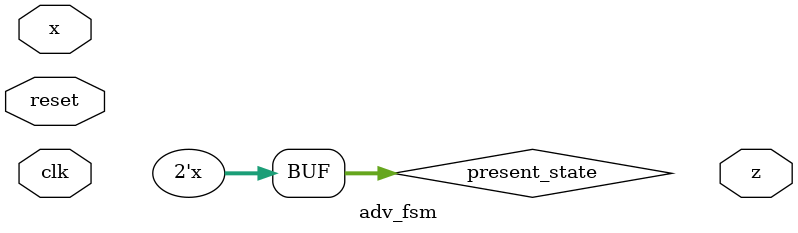
<source format=v>
module adv_fsm(
input clk,
input reset,
input x,
output z ); 
reg [1:0] present_state, next_state;
parameter IDLE=0, S1=1, S10=2, S101=3;
// output signal z is asserted to 1 when present_state is S101 
// present_state is reset to IDLE when rset is high
// otherwise it is assigned next state
// if present_state is IDLE, next_state is assigned S1 if x is 1, otherwise next_state stays at IDLE
// if present_state is S1, next_state is assigned S10 if x is 0, otherwise next_state stays at IDLE 
// if present_state is S10, next_state is assigned S101 if x is 1, otherwise next_state stays at IDLE 
// if present_state is S101, next_state is assigned IDLE


always begin
// present_state is assigned next_state if present_state is IDLE
present_state <= next_state;

// assign x to present_state if x is 1
if ( x ) 
   next_state <= S1;
else
   next_state <= IDLE;

end
endmodule

</source>
